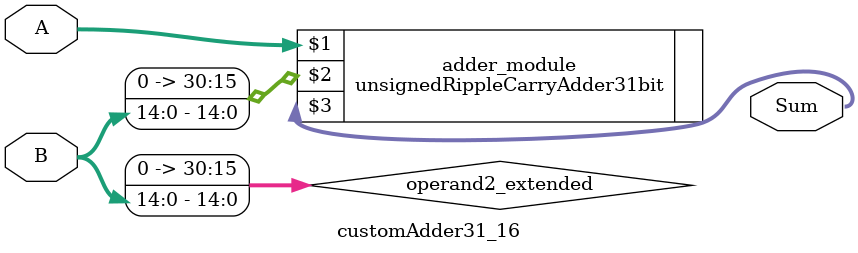
<source format=v>

module customAdder31_16(
                    input [30 : 0] A,
                    input [14 : 0] B,
                    
                    output [31 : 0] Sum
            );

    wire [30 : 0] operand2_extended;
    
    assign operand2_extended =  {16'b0, B};
    
    unsignedRippleCarryAdder31bit adder_module(
        A,
        operand2_extended,
        Sum
    );
    
endmodule
        
</source>
